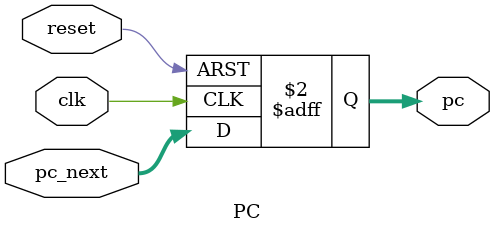
<source format=v>
module PC(
    input wire clk,           // Clock input
    input wire reset,         // Reset signal
    input wire [31:0] pc_next, // Next PC value
    output reg [31:0] pc      // Current PC value
);

    always @(posedge clk or posedge reset) begin
        if (reset)
            pc <= 32'h00000000; // Reset to beginning of program memory
        else
            pc <= pc_next;      // Update to next instruction address
    end
endmodule

</source>
